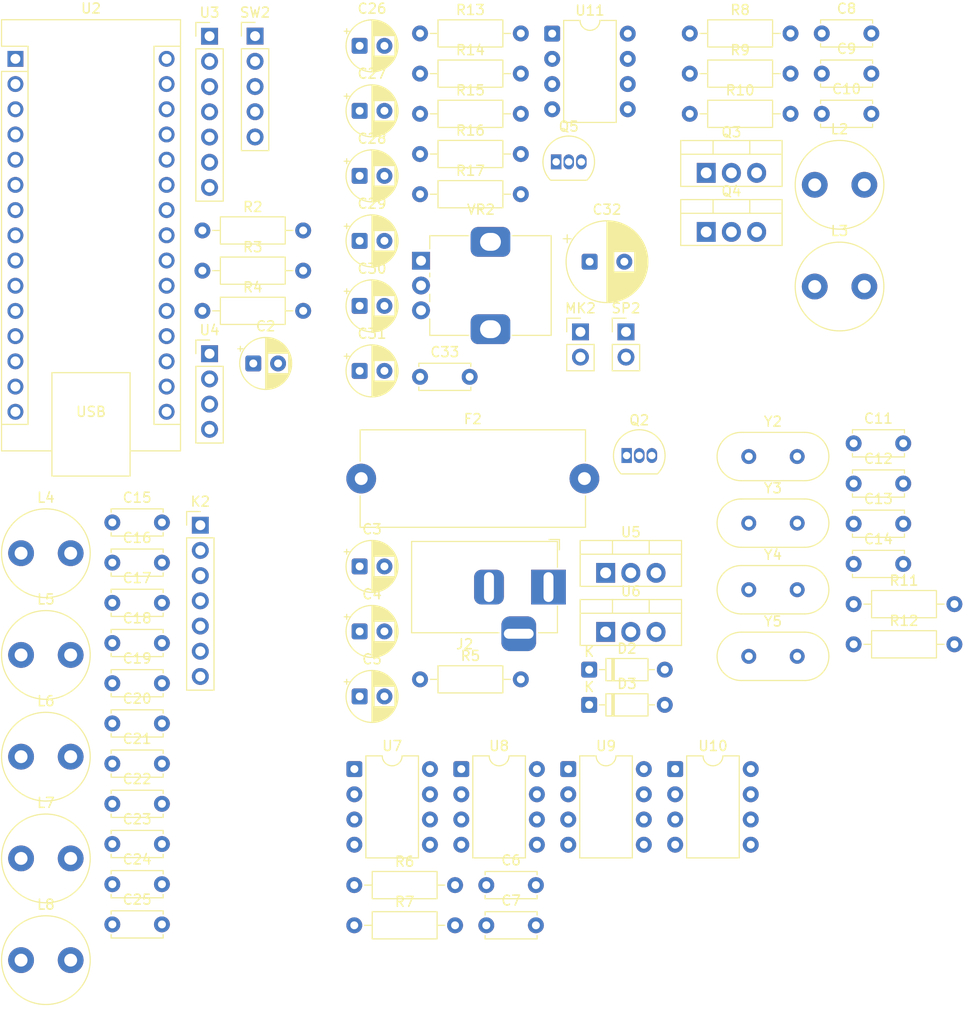
<source format=kicad_pcb>
(kicad_pcb (version 20241229) (generator "pcbnew") (generator_version "9.0")
  (layers (0 "F.Cu" signal) (2 "B.Cu" signal) (13 "F.Paste" user) (15 "B.Paste" user) (5 "F.SilkS" user "F.Silkscreen") (7 "B.SilkS" user "B.Silkscreen") (1 "F.Mask" user) (3 "B.Mask" user) (25 "Edge.Cuts" user))
  (net 0 "")
  (footprint "Resistor_THT:R_Axial_DIN0207_L6.3mm_D2.5mm_P10.16mm_Horizontal" (layer "F.Cu") (at 62.29 21.44)
    (property "Reference" "R13" (at 5.08 -2.37 0) (layer "F.SilkS"))
    (property "Value" "2.2k")
    (pad "1" thru_hole circle (at 0 0) (size 1.6 1.6) (drill 0.8) (layers "*.Cu" "*.Mask"))
    (pad "2" thru_hole circle (at 10.16 0) (size 1.6 1.6) (drill 0.8) (layers "*.Cu" "*.Mask"))
  )
  (footprint "Connector_PinHeader_2.54mm:PinHeader_1x07_P2.54mm_Vertical" (layer "F.Cu") (at 40.14 70.99)
    (property "Reference" "K2" (at 0 -2.38 0) (layer "F.SilkS"))
    (property "Value" "DPDT-12V")
    (pad "1" thru_hole rect (at 0 0) (size 1.7 1.7) (drill 1) (layers "*.Cu" "*.Mask"))
    (pad "2" thru_hole circle (at 0 2.54) (size 1.7 1.7) (drill 1) (layers "*.Cu" "*.Mask"))
    (pad "3" thru_hole circle (at 0 5.08) (size 1.7 1.7) (drill 1) (layers "*.Cu" "*.Mask"))
    (pad "4" thru_hole circle (at 0 7.62) (size 1.7 1.7) (drill 1) (layers "*.Cu" "*.Mask"))
    (pad "5" thru_hole circle (at 0 10.16) (size 1.7 1.7) (drill 1) (layers "*.Cu" "*.Mask"))
    (pad "6" thru_hole circle (at 0 12.7) (size 1.7 1.7) (drill 1) (layers "*.Cu" "*.Mask"))
    (pad "7" thru_hole circle (at 0 15.24) (size 1.7 1.7) (drill 1) (layers "*.Cu" "*.Mask"))
  )
  (footprint "Diode_THT:D_DO-35_SOD27_P7.62mm_Horizontal" (layer "F.Cu") (at 79.34 89.09)
    (property "Reference" "D3" (at 3.81 -2.12 0) (layer "F.SilkS"))
    (property "Value" "1N4148")
    (fp_text user "K" (at 0 -1.8 0) (layer "F.SilkS"))
    (pad "1" thru_hole roundrect (at 0 0) (size 1.6 1.6) (drill 0.8) (layers "*.Cu" "*.Mask") (roundrect_rratio 0.15625))
    (pad "2" thru_hole circle (at 7.62 0) (size 1.6 1.6) (drill 0.8) (layers "*.Cu" "*.Mask"))
  )
  (footprint "Package_TO_SOT_THT:TO-220-3_Vertical" (layer "F.Cu") (at 81 81.74)
    (property "Reference" "U6" (at 2.54 -4.1 0) (layer "F.SilkS"))
    (property "Value" "7805")
    (pad "1" thru_hole rect (at 0 0) (size 1.905 2) (drill 1.1) (layers "*.Cu" "*.Mask"))
    (pad "2" thru_hole oval (at 2.54 0) (size 1.905 2) (drill 1.1) (layers "*.Cu" "*.Mask"))
    (pad "3" thru_hole oval (at 5.08 0) (size 1.905 2) (drill 1.1) (layers "*.Cu" "*.Mask"))
  )
  (footprint "Inductor_THT:L_Radial_D8.7mm_P5.00mm_Fastron_07HCP" (layer "F.Cu") (at 102.08 36.69)
    (property "Reference" "L2" (at 2.5 -5.6 0) (layer "F.SilkS"))
    (property "Value" "47uH")
    (pad "1" thru_hole circle (at 0 0) (size 2.6 2.6) (drill 1.3) (layers "*.Cu" "*.Mask"))
    (pad "2" thru_hole circle (at 5 0) (size 2.6 2.6) (drill 1.3) (layers "*.Cu" "*.Mask"))
  )
  (footprint "Capacitor_THT:C_Disc_D5.0mm_W2.5mm_P5.00mm" (layer "F.Cu") (at 31.27 70.71)
    (property "Reference" "C15" (at 2.5 -2.5 0) (layer "F.SilkS"))
    (property "Value" "390pF")
    (pad "1" thru_hole circle (at 0 0) (size 1.6 1.6) (drill 0.8) (layers "*.Cu" "*.Mask"))
    (pad "2" thru_hole circle (at 5 0) (size 1.6 1.6) (drill 0.8) (layers "*.Cu" "*.Mask"))
  )
  (footprint "Capacitor_THT:CP_Radial_D5.0mm_P2.50mm" (layer "F.Cu") (at 56.199775 29.24)
    (property "Reference" "C27" (at 1.25 -3.75 0) (layer "F.SilkS"))
    (property "Value" "1uF")
    (pad "1" thru_hole roundrect (at 0 0) (size 1.6 1.6) (drill 0.8) (layers "*.Cu" "*.Mask") (roundrect_rratio 0.15625))
    (pad "2" thru_hole circle (at 2.5 0) (size 1.6 1.6) (drill 0.8) (layers "*.Cu" "*.Mask"))
  )
  (footprint "Resistor_THT:R_Axial_DIN0207_L6.3mm_D2.5mm_P10.16mm_Horizontal" (layer "F.Cu") (at 40.35 45.34)
    (property "Reference" "R3" (at 5.08 -2.37 0) (layer "F.SilkS"))
    (property "Value" "4.7k")
    (pad "1" thru_hole circle (at 0 0) (size 1.6 1.6) (drill 0.8) (layers "*.Cu" "*.Mask"))
    (pad "2" thru_hole circle (at 10.16 0) (size 1.6 1.6) (drill 0.8) (layers "*.Cu" "*.Mask"))
  )
  (footprint "Capacitor_THT:C_Disc_D5.0mm_W2.5mm_P5.00mm" (layer "F.Cu") (at 106 70.84)
    (property "Reference" "C13" (at 2.5 -2.5 0) (layer "F.SilkS"))
    (property "Value" "82pF")
    (pad "1" thru_hole circle (at 0 0) (size 1.6 1.6) (drill 0.8) (layers "*.Cu" "*.Mask"))
    (pad "2" thru_hole circle (at 5 0) (size 1.6 1.6) (drill 0.8) (layers "*.Cu" "*.Mask"))
  )
  (footprint "Capacitor_THT:C_Disc_D5.0mm_W2.5mm_P5.00mm" (layer "F.Cu") (at 102.79 25.49)
    (property "Reference" "C9" (at 2.5 -2.5 0) (layer "F.SilkS"))
    (property "Value" "100nF")
    (pad "1" thru_hole circle (at 0 0) (size 1.6 1.6) (drill 0.8) (layers "*.Cu" "*.Mask"))
    (pad "2" thru_hole circle (at 5 0) (size 1.6 1.6) (drill 0.8) (layers "*.Cu" "*.Mask"))
  )
  (footprint "Capacitor_THT:CP_Radial_D5.0mm_P2.50mm" (layer "F.Cu") (at 56.199775 55.44)
    (property "Reference" "C31" (at 1.25 -3.75 0) (layer "F.SilkS"))
    (property "Value" "100uF")
    (pad "1" thru_hole roundrect (at 0 0) (size 1.6 1.6) (drill 0.8) (layers "*.Cu" "*.Mask") (roundrect_rratio 0.15625))
    (pad "2" thru_hole circle (at 2.5 0) (size 1.6 1.6) (drill 0.8) (layers "*.Cu" "*.Mask"))
  )
  (footprint "Resistor_THT:R_Axial_DIN0207_L6.3mm_D2.5mm_P10.16mm_Horizontal" (layer "F.Cu") (at 62.29 33.59)
    (property "Reference" "R16" (at 5.08 -2.37 0) (layer "F.SilkS"))
    (property "Value" "2.2k")
    (pad "1" thru_hole circle (at 0 0) (size 1.6 1.6) (drill 0.8) (layers "*.Cu" "*.Mask"))
    (pad "2" thru_hole circle (at 10.16 0) (size 1.6 1.6) (drill 0.8) (layers "*.Cu" "*.Mask"))
  )
  (footprint "Inductor_THT:L_Radial_D8.7mm_P5.00mm_Fastron_07HCP" (layer "F.Cu") (at 22.07 94.31)
    (property "Reference" "L6" (at 2.5 -5.6 0) (layer "F.SilkS"))
    (property "Value" "2.4uH")
    (pad "1" thru_hole circle (at 0 0) (size 2.6 2.6) (drill 1.3) (layers "*.Cu" "*.Mask"))
    (pad "2" thru_hole circle (at 5 0) (size 2.6 2.6) (drill 1.3) (layers "*.Cu" "*.Mask"))
  )
  (footprint "Capacitor_THT:C_Disc_D5.0mm_W2.5mm_P5.00mm" (layer "F.Cu") (at 68.97 107.25)
    (property "Reference" "C6" (at 2.5 -2.5 0) (layer "F.SilkS"))
    (property "Value" "10nF")
    (pad "1" thru_hole circle (at 0 0) (size 1.6 1.6) (drill 0.8) (layers "*.Cu" "*.Mask"))
    (pad "2" thru_hole circle (at 5 0) (size 1.6 1.6) (drill 0.8) (layers "*.Cu" "*.Mask"))
  )
  (footprint "Resistor_THT:R_Axial_DIN0207_L6.3mm_D2.5mm_P10.16mm_Horizontal" (layer "F.Cu") (at 89.48 21.44)
    (property "Reference" "R8" (at 5.08 -2.37 0) (layer "F.SilkS"))
    (property "Value" "470")
    (pad "1" thru_hole circle (at 0 0) (size 1.6 1.6) (drill 0.8) (layers "*.Cu" "*.Mask"))
    (pad "2" thru_hole circle (at 10.16 0) (size 1.6 1.6) (drill 0.8) (layers "*.Cu" "*.Mask"))
  )
  (footprint "Capacitor_THT:C_Disc_D5.0mm_W2.5mm_P5.00mm" (layer "F.Cu") (at 106 62.74)
    (property "Reference" "C11" (at 2.5 -2.5 0) (layer "F.SilkS"))
    (property "Value" "82pF")
    (pad "1" thru_hole circle (at 0 0) (size 1.6 1.6) (drill 0.8) (layers "*.Cu" "*.Mask"))
    (pad "2" thru_hole circle (at 5 0) (size 1.6 1.6) (drill 0.8) (layers "*.Cu" "*.Mask"))
  )
  (footprint "Capacitor_THT:CP_Radial_D5.0mm_P2.50mm" (layer "F.Cu") (at 45.479775 54.69)
    (property "Reference" "C2" (at 1.25 -3.75 0) (layer "F.SilkS"))
    (property "Value" "0.1uF")
    (pad "1" thru_hole roundrect (at 0 0) (size 1.6 1.6) (drill 0.8) (layers "*.Cu" "*.Mask") (roundrect_rratio 0.15625))
    (pad "2" thru_hole circle (at 2.5 0) (size 1.6 1.6) (drill 0.8) (layers "*.Cu" "*.Mask"))
  )
  (footprint "Capacitor_THT:C_Disc_D5.0mm_W2.5mm_P5.00mm" (layer "F.Cu") (at 62.29 56.04)
    (property "Reference" "C33" (at 2.5 -2.5 0) (layer "F.SilkS"))
    (property "Value" "47nF")
    (pad "1" thru_hole circle (at 0 0) (size 1.6 1.6) (drill 0.8) (layers "*.Cu" "*.Mask"))
    (pad "2" thru_hole circle (at 5 0) (size 1.6 1.6) (drill 0.8) (layers "*.Cu" "*.Mask"))
  )
  (footprint "Capacitor_THT:C_Disc_D5.0mm_W2.5mm_P5.00mm" (layer "F.Cu") (at 31.27 74.76)
    (property "Reference" "C16" (at 2.5 -2.5 0) (layer "F.SilkS"))
    (property "Value" "100pF")
    (pad "1" thru_hole circle (at 0 0) (size 1.6 1.6) (drill 0.8) (layers "*.Cu" "*.Mask"))
    (pad "2" thru_hole circle (at 5 0) (size 1.6 1.6) (drill 0.8) (layers "*.Cu" "*.Mask"))
  )
  (footprint "Resistor_THT:R_Axial_DIN0207_L6.3mm_D2.5mm_P10.16mm_Horizontal" (layer "F.Cu") (at 62.29 25.49)
    (property "Reference" "R14" (at 5.08 -2.37 0) (layer "F.SilkS"))
    (property "Value" "4.7k")
    (pad "1" thru_hole circle (at 0 0) (size 1.6 1.6) (drill 0.8) (layers "*.Cu" "*.Mask"))
    (pad "2" thru_hole circle (at 10.16 0) (size 1.6 1.6) (drill 0.8) (layers "*.Cu" "*.Mask"))
  )
  (footprint "Inductor_THT:L_Radial_D8.7mm_P5.00mm_Fastron_07HCP" (layer "F.Cu") (at 22.07 114.81)
    (property "Reference" "L8" (at 2.5 -5.6 0) (layer "F.SilkS"))
    (property "Value" "2.5uH")
    (pad "1" thru_hole circle (at 0 0) (size 2.6 2.6) (drill 1.3) (layers "*.Cu" "*.Mask"))
    (pad "2" thru_hole circle (at 5 0) (size 2.6 2.6) (drill 1.3) (layers "*.Cu" "*.Mask"))
  )
  (footprint "Capacitor_THT:CP_Radial_D5.0mm_P2.50mm" (layer "F.Cu") (at 56.199775 35.79)
    (property "Reference" "C28" (at 1.25 -3.75 0) (layer "F.SilkS"))
    (property "Value" "10uF")
    (pad "1" thru_hole roundrect (at 0 0) (size 1.6 1.6) (drill 0.8) (layers "*.Cu" "*.Mask") (roundrect_rratio 0.15625))
    (pad "2" thru_hole circle (at 2.5 0) (size 1.6 1.6) (drill 0.8) (layers "*.Cu" "*.Mask"))
  )
  (footprint "Capacitor_THT:CP_Radial_D5.0mm_P2.50mm" (layer "F.Cu") (at 56.199775 42.34)
    (property "Reference" "C29" (at 1.25 -3.75 0) (layer "F.SilkS"))
    (property "Value" "10uF")
    (pad "1" thru_hole roundrect (at 0 0) (size 1.6 1.6) (drill 0.8) (layers "*.Cu" "*.Mask") (roundrect_rratio 0.15625))
    (pad "2" thru_hole circle (at 2.5 0) (size 1.6 1.6) (drill 0.8) (layers "*.Cu" "*.Mask"))
  )
  (footprint "Package_TO_SOT_THT:TO-220-3_Vertical" (layer "F.Cu") (at 91.14 35.49)
    (property "Reference" "Q3" (at 2.54 -4.1 0) (layer "F.SilkS"))
    (property "Value" "2SC2314")
    (pad "1" thru_hole rect (at 0 0) (size 1.905 2) (drill 1.1) (layers "*.Cu" "*.Mask"))
    (pad "2" thru_hole oval (at 2.54 0) (size 1.905 2) (drill 1.1) (layers "*.Cu" "*.Mask"))
    (pad "3" thru_hole oval (at 5.08 0) (size 1.905 2) (drill 1.1) (layers "*.Cu" "*.Mask"))
  )
  (footprint "Capacitor_THT:C_Disc_D5.0mm_W2.5mm_P5.00mm" (layer "F.Cu") (at 68.97 111.3)
    (property "Reference" "C7" (at 2.5 -2.5 0) (layer "F.SilkS"))
    (property "Value" "100pF")
    (pad "1" thru_hole circle (at 0 0) (size 1.6 1.6) (drill 0.8) (layers "*.Cu" "*.Mask"))
    (pad "2" thru_hole circle (at 5 0) (size 1.6 1.6) (drill 0.8) (layers "*.Cu" "*.Mask"))
  )
  (footprint "Connector_BarrelJack:BarrelJack_Horizontal" (layer "F.Cu") (at 75.24 77.225)
    (property "Reference" "J2" (at -8.45 5.75 0) (layer "F.SilkS"))
    (property "Value" "DC_2.1mm")
    (pad "1" thru_hole rect (at 0 0) (size 3.5 3.5) (drill oval 1 3) (layers "*.Cu" "*.Mask"))
    (pad "2" thru_hole roundrect (at -6 0) (size 3 3.5) (drill oval 1 3) (layers "*.Cu" "*.Mask"))
    (pad "3" thru_hole roundrect (at -3 4.7) (size 3.5 3.5) (drill oval 3 1) (layers "*.Cu" "*.Mask"))
  )
  (footprint "Crystal:Crystal_HC49-4H_Vertical" (layer "F.Cu") (at 95.43 70.78)
    (property "Reference" "Y3" (at 2.44 -3.52 0) (layer "F.SilkS"))
    (property "Value" "9MHz")
    (pad "1" thru_hole circle (at 0 0) (size 1.5 1.5) (drill 0.8) (layers "*.Cu" "*.Mask"))
    (pad "2" thru_hole circle (at 4.88 0) (size 1.5 1.5) (drill 0.8) (layers "*.Cu" "*.Mask"))
  )
  (footprint "Package_DIP:DIP-8_W7.62mm" (layer "F.Cu") (at 77.23 95.56)
    (property "Reference" "U9" (at 3.81 -2.33 0) (layer "F.SilkS"))
    (property "Value" "SA612")
    (pad "1" thru_hole roundrect (at 0 0) (size 1.6 1.6) (drill 0.8) (layers "*.Cu" "*.Mask") (roundrect_rratio 0.15625))
    (pad "2" thru_hole circle (at 0 2.54) (size 1.6 1.6) (drill 0.8) (layers "*.Cu" "*.Mask"))
    (pad "3" thru_hole circle (at 0 5.08) (size 1.6 1.6) (drill 0.8) (layers "*.Cu" "*.Mask"))
    (pad "4" thru_hole circle (at 0 7.62) (size 1.6 1.6) (drill 0.8) (layers "*.Cu" "*.Mask"))
    (pad "5" thru_hole circle (at 7.62 7.62) (size 1.6 1.6) (drill 0.8) (layers "*.Cu" "*.Mask"))
    (pad "6" thru_hole circle (at 7.62 5.08) (size 1.6 1.6) (drill 0.8) (layers "*.Cu" "*.Mask"))
    (pad "7" thru_hole circle (at 7.62 2.54) (size 1.6 1.6) (drill 0.8) (layers "*.Cu" "*.Mask"))
    (pad "8" thru_hole circle (at 7.62 0) (size 1.6 1.6) (drill 0.8) (layers "*.Cu" "*.Mask"))
  )
  (footprint "Inductor_THT:L_Radial_D8.7mm_P5.00mm_Fastron_07HCP" (layer "F.Cu") (at 102.08 46.94)
    (property "Reference" "L3" (at 2.5 -5.6 0) (layer "F.SilkS"))
    (property "Value" "47uH")
    (pad "1" thru_hole circle (at 0 0) (size 2.6 2.6) (drill 1.3) (layers "*.Cu" "*.Mask"))
    (pad "2" thru_hole circle (at 5 0) (size 2.6 2.6) (drill 1.3) (layers "*.Cu" "*.Mask"))
  )
  (footprint "Capacitor_THT:C_Disc_D5.0mm_W2.5mm_P5.00mm" (layer "F.Cu") (at 106 74.89)
    (property "Reference" "C14" (at 2.5 -2.5 0) (layer "F.SilkS"))
    (property "Value" "82pF")
    (pad "1" thru_hole circle (at 0 0) (size 1.6 1.6) (drill 0.8) (layers "*.Cu" "*.Mask"))
    (pad "2" thru_hole circle (at 5 0) (size 1.6 1.6) (drill 0.8) (layers "*.Cu" "*.Mask"))
  )
  (footprint "Inductor_THT:L_Radial_D8.7mm_P5.00mm_Fastron_07HCP" (layer "F.Cu") (at 22.07 73.81)
    (property "Reference" "L4" (at 2.5 -5.6 0) (layer "F.SilkS"))
    (property "Value" "1.9uH")
    (pad "1" thru_hole circle (at 0 0) (size 2.6 2.6) (drill 1.3) (layers "*.Cu" "*.Mask"))
    (pad "2" thru_hole circle (at 5 0) (size 2.6 2.6) (drill 1.3) (layers "*.Cu" "*.Mask"))
  )
  (footprint "Module:Arduino_Nano" (layer "F.Cu") (at 21.5 24)
    (property "Reference" "U2" (at 7.62 -5.08 0) (layer "F.SilkS"))
    (property "Value" "Arduino_Nano")
    (fp_text user "USB" (at 7.62 35.56 0) (layer "F.SilkS"))
    (pad "1" thru_hole rect (at 0 0) (size 1.6 1.6) (drill 1) (layers "*.Cu" "*.Mask"))
    (pad "2" thru_hole oval (at 0 2.54) (size 1.6 1.6) (drill 1) (layers "*.Cu" "*.Mask"))
    (pad "3" thru_hole oval (at 0 5.08) (size 1.6 1.6) (drill 1) (layers "*.Cu" "*.Mask"))
    (pad "4" thru_hole oval (at 0 7.62) (size 1.6 1.6) (drill 1) (layers "*.Cu" "*.Mask"))
    (pad "5" thru_hole oval (at 0 10.16) (size 1.6 1.6) (drill 1) (layers "*.Cu" "*.Mask"))
    (pad "6" thru_hole oval (at 0 12.7) (size 1.6 1.6) (drill 1) (layers "*.Cu" "*.Mask"))
    (pad "7" thru_hole oval (at 0 15.24) (size 1.6 1.6) (drill 1) (layers "*.Cu" "*.Mask"))
    (pad "8" thru_hole oval (at 0 17.78) (size 1.6 1.6) (drill 1) (layers "*.Cu" "*.Mask"))
    (pad "9" thru_hole oval (at 0 20.32) (size 1.6 1.6) (drill 1) (layers "*.Cu" "*.Mask"))
    (pad "10" thru_hole oval (at 0 22.86) (size 1.6 1.6) (drill 1) (layers "*.Cu" "*.Mask"))
    (pad "11" thru_hole oval (at 0 25.4) (size 1.6 1.6) (drill 1) (layers "*.Cu" "*.Mask"))
    (pad "12" thru_hole oval (at 0 27.94) (size 1.6 1.6) (drill 1) (layers "*.Cu" "*.Mask"))
    (pad "13" thru_hole oval (at 0 30.48) (size 1.6 1.6) (drill 1) (layers "*.Cu" "*.Mask"))
    (pad "14" thru_hole oval (at 0 33.02) (size 1.6 1.6) (drill 1) (layers "*.Cu" "*.Mask"))
    (pad "15" thru_hole oval (at 0 35.56) (size 1.6 1.6) (drill 1) (layers "*.Cu" "*.Mask"))
    (pad "16" thru_hole oval (at 15.24 35.56) (size 1.6 1.6) (drill 1) (layers "*.Cu" "*.Mask"))
    (pad "17" thru_hole oval (at 15.24 33.02) (size 1.6 1.6) (drill 1) (layers "*.Cu" "*.Mask"))
    (pad "18" thru_hole oval (at 15.24 30.48) (size 1.6 1.6) (drill 1) (layers "*.Cu" "*.Mask"))
    (pad "19" thru_hole oval (at 15.24 27.94) (size 1.6 1.6) (drill 1) (layers "*.Cu" "*.Mask"))
    (pad "20" thru_hole oval (at 15.24 25.4) (size 1.6 1.6) (drill 1) (layers "*.Cu" "*.Mask"))
    (pad "21" thru_hole oval (at 15.24 22.86) (size 1.6 1.6) (drill 1) (layers "*.Cu" "*.Mask"))
    (pad "22" thru_hole oval (at 15.24 20.32) (size 1.6 1.6) (drill 1) (layers "*.Cu" "*.Mask"))
    (pad "23" thru_hole oval (at 15.24 17.78) (size 1.6 1.6) (drill 1) (layers "*.Cu" "*.Mask"))
    (pad "24" thru_hole oval (at 15.24 15.24) (size 1.6 1.6) (drill 1) (layers "*.Cu" "*.Mask"))
    (pad "25" thru_hole oval (at 15.24 12.7) (size 1.6 1.6) (drill 1) (layers "*.Cu" "*.Mask"))
    (pad "26" thru_hole oval (at 15.24 10.16) (size 1.6 1.6) (drill 1) (layers "*.Cu" "*.Mask"))
    (pad "27" thru_hole oval (at 15.24 7.62) (size 1.6 1.6) (drill 1) (layers "*.Cu" "*.Mask"))
    (pad "28" thru_hole oval (at 15.24 5.08) (size 1.6 1.6) (drill 1) (layers "*.Cu" "*.Mask"))
    (pad "29" thru_hole oval (at 15.24 2.54) (size 1.6 1.6) (drill 1) (layers "*.Cu" "*.Mask"))
    (pad "30" thru_hole oval (at 15.24 0) (size 1.6 1.6) (drill 1) (layers "*.Cu" "*.Mask"))
  )
  (footprint "Resistor_THT:R_Axial_DIN0207_L6.3mm_D2.5mm_P10.16mm_Horizontal" (layer "F.Cu") (at 62.29 37.64)
    (property "Reference" "R17" (at 5.08 -2.37 0) (layer "F.SilkS"))
    (property "Value" "10")
    (pad "1" thru_hole circle (at 0 0) (size 1.6 1.6) (drill 0.8) (layers "*.Cu" "*.Mask"))
    (pad "2" thru_hole circle (at 10.16 0) (size 1.6 1.6) (drill 0.8) (layers "*.Cu" "*.Mask"))
  )
  (footprint "Capacitor_THT:C_Disc_D5.0mm_W2.5mm_P5.00mm" (layer "F.Cu") (at 31.27 111.21)
    (property "Reference" "C25" (at 2.5 -2.5 0) (layer "F.SilkS"))
    (property "Value" "100pF")
    (pad "1" thru_hole circle (at 0 0) (size 1.6 1.6) (drill 0.8) (layers "*.Cu" "*.Mask"))
    (pad "2" thru_hole circle (at 5 0) (size 1.6 1.6) (drill 0.8) (layers "*.Cu" "*.Mask"))
  )
  (footprint "Capacitor_THT:C_Disc_D5.0mm_W2.5mm_P5.00mm" (layer "F.Cu") (at 102.79 21.44)
    (property "Reference" "C8" (at 2.5 -2.5 0) (layer "F.SilkS"))
    (property "Value" "100nF")
    (pad "1" thru_hole circle (at 0 0) (size 1.6 1.6) (drill 0.8) (layers "*.Cu" "*.Mask"))
    (pad "2" thru_hole circle (at 5 0) (size 1.6 1.6) (drill 0.8) (layers "*.Cu" "*.Mask"))
  )
  (footprint "Package_TO_SOT_THT:TO-92_Inline" (layer "F.Cu") (at 83.12 63.97)
    (property "Reference" "Q2" (at 1.27 -3.56 0) (layer "F.SilkS"))
    (property "Value" "2SC1815")
    (pad "1" thru_hole rect (at 0 0) (size 1.05 1.5) (drill 0.75) (layers "*.Cu" "*.Mask"))
    (pad "2" thru_hole oval (at 1.27 0) (size 1.05 1.5) (drill 0.75) (layers "*.Cu" "*.Mask"))
    (pad "3" thru_hole oval (at 2.54 0) (size 1.05 1.5) (drill 0.75) (layers "*.Cu" "*.Mask"))
  )
  (footprint "Package_TO_SOT_THT:TO-220-3_Vertical" (layer "F.Cu") (at 81 75.79)
    (property "Reference" "U5" (at 2.54 -4.1 0) (layer "F.SilkS"))
    (property "Value" "7809")
    (pad "1" thru_hole rect (at 0 0) (size 1.905 2) (drill 1.1) (layers "*.Cu" "*.Mask"))
    (pad "2" thru_hole oval (at 2.54 0) (size 1.905 2) (drill 1.1) (layers "*.Cu" "*.Mask"))
    (pad "3" thru_hole oval (at 5.08 0) (size 1.905 2) (drill 1.1) (layers "*.Cu" "*.Mask"))
  )
  (footprint "Package_DIP:DIP-8_W7.62mm" (layer "F.Cu") (at 88.01 95.56)
    (property "Reference" "U10" (at 3.81 -2.33 0) (layer "F.SilkS"))
    (property "Value" "SA612")
    (pad "1" thru_hole roundrect (at 0 0) (size 1.6 1.6) (drill 0.8) (layers "*.Cu" "*.Mask") (roundrect_rratio 0.15625))
    (pad "2" thru_hole circle (at 0 2.54) (size 1.6 1.6) (drill 0.8) (layers "*.Cu" "*.Mask"))
    (pad "3" thru_hole circle (at 0 5.08) (size 1.6 1.6) (drill 0.8) (layers "*.Cu" "*.Mask"))
    (pad "4" thru_hole circle (at 0 7.62) (size 1.6 1.6) (drill 0.8) (layers "*.Cu" "*.Mask"))
    (pad "5" thru_hole circle (at 7.62 7.62) (size 1.6 1.6) (drill 0.8) (layers "*.Cu" "*.Mask"))
    (pad "6" thru_hole circle (at 7.62 5.08) (size 1.6 1.6) (drill 0.8) (layers "*.Cu" "*.Mask"))
    (pad "7" thru_hole circle (at 7.62 2.54) (size 1.6 1.6) (drill 0.8) (layers "*.Cu" "*.Mask"))
    (pad "8" thru_hole circle (at 7.62 0) (size 1.6 1.6) (drill 0.8) (layers "*.Cu" "*.Mask"))
  )
  (footprint "Capacitor_THT:C_Disc_D5.0mm_W2.5mm_P5.00mm" (layer "F.Cu") (at 31.27 95.01)
    (property "Reference" "C21" (at 2.5 -2.5 0) (layer "F.SilkS"))
    (property "Value" "10pF")
    (pad "1" thru_hole circle (at 0 0) (size 1.6 1.6) (drill 0.8) (layers "*.Cu" "*.Mask"))
    (pad "2" thru_hole circle (at 5 0) (size 1.6 1.6) (drill 0.8) (layers "*.Cu" "*.Mask"))
  )
  (footprint "Inductor_THT:L_Radial_D8.7mm_P5.00mm_Fastron_07HCP" (layer "F.Cu") (at 22.07 84.06)
    (property "Reference" "L5" (at 2.5 -5.6 0) (layer "F.SilkS"))
    (property "Value" "2.5uH")
    (pad "1" thru_hole circle (at 0 0) (size 2.6 2.6) (drill 1.3) (layers "*.Cu" "*.Mask"))
    (pad "2" thru_hole circle (at 5 0) (size 2.6 2.6) (drill 1.3) (layers "*.Cu" "*.Mask"))
  )
  (footprint "Capacitor_THT:C_Disc_D5.0mm_W2.5mm_P5.00mm" (layer "F.Cu") (at 31.27 86.91)
    (property "Reference" "C19" (at 2.5 -2.5 0) (layer "F.SilkS"))
    (property "Value" "47pF")
    (pad "1" thru_hole circle (at 0 0) (size 1.6 1.6) (drill 0.8) (layers "*.Cu" "*.Mask"))
    (pad "2" thru_hole circle (at 5 0) (size 1.6 1.6) (drill 0.8) (layers "*.Cu" "*.Mask"))
  )
  (footprint "Inductor_THT:L_Radial_D8.7mm_P5.00mm_Fastron_07HCP" (layer "F.Cu") (at 22.07 104.56)
    (property "Reference" "L7" (at 2.5 -5.6 0) (layer "F.SilkS"))
    (property "Value" "1.9uH")
    (pad "1" thru_hole circle (at 0 0) (size 2.6 2.6) (drill 1.3) (layers "*.Cu" "*.Mask"))
    (pad "2" thru_hole circle (at 5 0) (size 2.6 2.6) (drill 1.3) (layers "*.Cu" "*.Mask"))
  )
  (footprint "Resistor_THT:R_Axial_DIN0207_L6.3mm_D2.5mm_P10.16mm_Horizontal" (layer "F.Cu") (at 89.48 25.49)
    (property "Reference" "R9" (at 5.08 -2.37 0) (layer "F.SilkS"))
    (property "Value" "100")
    (pad "1" thru_hole circle (at 0 0) (size 1.6 1.6) (drill 0.8) (layers "*.Cu" "*.Mask"))
    (pad "2" thru_hole circle (at 10.16 0) (size 1.6 1.6) (drill 0.8) (layers "*.Cu" "*.Mask"))
  )
  (footprint "Connector_PinHeader_2.54mm:PinHeader_1x02_P2.54mm_Vertical" (layer "F.Cu") (at 83.05 51.51)
    (property "Reference" "SP2" (at 0 -2.38 0) (layer "F.SilkS"))
    (property "Value" "8ohm")
    (pad "1" thru_hole rect (at 0 0) (size 1.7 1.7) (drill 1) (layers "*.Cu" "*.Mask"))
    (pad "2" thru_hole circle (at 0 2.54) (size 1.7 1.7) (drill 1) (layers "*.Cu" "*.Mask"))
  )
  (footprint "Resistor_THT:R_Axial_DIN0207_L6.3mm_D2.5mm_P10.16mm_Horizontal" (layer "F.Cu") (at 62.29 29.54)
    (property "Reference" "R15" (at 5.08 -2.37 0) (layer "F.SilkS"))
    (property "Value" "10k")
    (pad "1" thru_hole circle (at 0 0) (size 1.6 1.6) (drill 0.8) (layers "*.Cu" "*.Mask"))
    (pad "2" thru_hole circle (at 10.16 0) (size 1.6 1.6) (drill 0.8) (layers "*.Cu" "*.Mask"))
  )
  (footprint "Capacitor_THT:CP_Radial_D5.0mm_P2.50mm" (layer "F.Cu") (at 56.199775 75.14)
    (property "Reference" "C3" (at 1.25 -3.75 0) (layer "F.SilkS"))
    (property "Value" "100uF/25V")
    (pad "1" thru_hole roundrect (at 0 0) (size 1.6 1.6) (drill 0.8) (layers "*.Cu" "*.Mask") (roundrect_rratio 0.15625))
    (pad "2" thru_hole circle (at 2.5 0) (size 1.6 1.6) (drill 0.8) (layers "*.Cu" "*.Mask"))
  )
  (footprint "Package_TO_SOT_THT:TO-220-3_Vertical" (layer "F.Cu") (at 91.14 41.44)
    (property "Reference" "Q4" (at 2.54 -4.1 0) (layer "F.SilkS"))
    (property "Value" "2SC1971")
    (pad "1" thru_hole rect (at 0 0) (size 1.905 2) (drill 1.1) (layers "*.Cu" "*.Mask"))
    (pad "2" thru_hole oval (at 2.54 0) (size 1.905 2) (drill 1.1) (layers "*.Cu" "*.Mask"))
    (pad "3" thru_hole oval (at 5.08 0) (size 1.905 2) (drill 1.1) (layers "*.Cu" "*.Mask"))
  )
  (footprint "Capacitor_THT:CP_Radial_D8.0mm_P3.50mm" (layer "F.Cu") (at 79.384698 44.44)
    (property "Reference" "C32" (at 1.75 -5.25 0) (layer "F.SilkS"))
    (property "Value" "470uF")
    (pad "1" thru_hole roundrect (at 0 0) (size 1.6 1.6) (drill 0.8) (layers "*.Cu" "*.Mask") (roundrect_rratio 0.15625))
    (pad "2" thru_hole circle (at 3.5 0) (size 1.6 1.6) (drill 0.8) (layers "*.Cu" "*.Mask"))
  )
  (footprint "Connector_PinHeader_2.54mm:PinHeader_1x02_P2.54mm_Vertical" (layer "F.Cu") (at 78.46 51.51)
    (property "Reference" "MK2" (at 0 -2.38 0) (layer "F.SilkS"))
    (property "Value" "ECM")
    (pad "1" thru_hole rect (at 0 0) (size 1.7 1.7) (drill 1) (layers "*.Cu" "*.Mask"))
    (pad "2" thru_hole circle (at 0 2.54) (size 1.7 1.7) (drill 1) (layers "*.Cu" "*.Mask"))
  )
  (footprint "Resistor_THT:R_Axial_DIN0207_L6.3mm_D2.5mm_P10.16mm_Horizontal" (layer "F.Cu") (at 40.35 49.39)
    (property "Reference" "R4" (at 5.08 -2.37 0) (layer "F.SilkS"))
    (property "Value" "4.7k")
    (pad "1" thru_hole circle (at 0 0) (size 1.6 1.6) (drill 0.8) (layers "*.Cu" "*.Mask"))
    (pad "2" thru_hole circle (at 10.16 0) (size 1.6 1.6) (drill 0.8) (layers "*.Cu" "*.Mask"))
  )
  (footprint "Package_DIP:DIP-8_W7.62mm" (layer "F.Cu") (at 75.61 21.46)
    (property "Reference" "U11" (at 3.81 -2.33 0) (layer "F.SilkS"))
    (property "Value" "LM386N-1")
    (pad "1" thru_hole roundrect (at 0 0) (size 1.6 1.6) (drill 0.8) (layers "*.Cu" "*.Mask") (roundrect_rratio 0.15625))
    (pad "2" thru_hole circle (at 0 2.54) (size 1.6 1.6) (drill 0.8) (layers "*.Cu" "*.Mask"))
    (pad "3" thru_hole circle (at 0 5.08) (size 1.6 1.6) (drill 0.8) (layers "*.Cu" "*.Mask"))
    (pad "4" thru_hole circle (at 0 7.62) (size 1.6 1.6) (drill 0.8) (layers "*.Cu" "*.Mask"))
    (pad "5" thru_hole circle (at 7.62 7.62) (size 1.6 1.6) (drill 0.8) (layers "*.Cu" "*.Mask"))
    (pad "6" thru_hole circle (at 7.62 5.08) (size 1.6 1.6) (drill 0.8) (layers "*.Cu" "*.Mask"))
    (pad "7" thru_hole circle (at 7.62 2.54) (size 1.6 1.6) (drill 0.8) (layers "*.Cu" "*.Mask"))
    (pad "8" thru_hole circle (at 7.62 0) (size 1.6 1.6) (drill 0.8) (layers "*.Cu" "*.Mask"))
  )
  (footprint "Connector_PinHeader_2.54mm:PinHeader_1x05_P2.54mm_Vertical" (layer "F.Cu") (at 45.66 21.71)
    (property "Reference" "SW2" (at 0 -2.38 0) (layer "F.SilkS"))
    (property "Value" "EC11")
    (pad "1" thru_hole rect (at 0 0) (size 1.7 1.7) (drill 1) (layers "*.Cu" "*.Mask"))
    (pad "2" thru_hole circle (at 0 2.54) (size 1.7 1.7) (drill 1) (layers "*.Cu" "*.Mask"))
    (pad "3" thru_hole circle (at 0 5.08) (size 1.7 1.7) (drill 1) (layers "*.Cu" "*.Mask"))
    (pad "4" thru_hole circle (at 0 7.62) (size 1.7 1.7) (drill 1) (layers "*.Cu" "*.Mask"))
    (pad "5" thru_hole circle (at 0 10.16) (size 1.7 1.7) (drill 1) (layers "*.Cu" "*.Mask"))
  )
  (footprint "Resistor_THT:R_Axial_DIN0207_L6.3mm_D2.5mm_P10.16mm_Horizontal" (layer "F.Cu") (at 106 78.94)
    (property "Reference" "R11" (at 5.08 -2.37 0) (layer "F.SilkS"))
    (property "Value" "680")
    (pad "1" thru_hole circle (at 0 0) (size 1.6 1.6) (drill 0.8) (layers "*.Cu" "*.Mask"))
    (pad "2" thru_hole circle (at 10.16 0) (size 1.6 1.6) (drill 0.8) (layers "*.Cu" "*.Mask"))
  )
  (footprint "Resistor_THT:R_Axial_DIN0207_L6.3mm_D2.5mm_P10.16mm_Horizontal" (layer "F.Cu") (at 55.66 111.3)
    (property "Reference" "R7" (at 5.08 -2.37 0) (layer "F.SilkS"))
    (property "Value" "1.5k")
    (pad "1" thru_hole circle (at 0 0) (size 1.6 1.6) (drill 0.8) (layers "*.Cu" "*.Mask"))
    (pad "2" thru_hole circle (at 10.16 0) (size 1.6 1.6) (drill 0.8) (layers "*.Cu" "*.Mask"))
  )
  (footprint "Connector_PinHeader_2.54mm:PinHeader_1x07_P2.54mm_Vertical" (layer "F.Cu") (at 41.07 21.72)
    (property "Reference" "U3" (at 0 -2.38 0) (layer "F.SilkS"))
    (property "Value" "Si5351A")
    (pad "1" thru_hole rect (at 0 0) (size 1.7 1.7) (drill 1) (layers "*.Cu" "*.Mask"))
    (pad "2" thru_hole circle (at 0 2.54) (size 1.7 1.7) (drill 1) (layers "*.Cu" "*.Mask"))
    (pad "3" thru_hole circle (at 0 5.08) (size 1.7 1.7) (drill 1) (layers "*.Cu" "*.Mask"))
    (pad "4" thru_hole circle (at 0 7.62) (size 1.7 1.7) (drill 1) (layers "*.Cu" "*.Mask"))
    (pad "5" thru_hole circle (at 0 10.16) (size 1.7 1.7) (drill 1) (layers "*.Cu" "*.Mask"))
    (pad "6" thru_hole circle (at 0 12.7) (size 1.7 1.7) (drill 1) (layers "*.Cu" "*.Mask"))
    (pad "7" thru_hole circle (at 0 15.24) (size 1.7 1.7) (drill 1) (layers "*.Cu" "*.Mask"))
  )
  (footprint "Crystal:Crystal_HC49-4H_Vertical" (layer "F.Cu") (at 95.43 84.2)
    (property "Reference" "Y5" (at 2.44 -3.52 0) (layer "F.SilkS"))
    (property "Value" "9MHz")
    (pad "1" thru_hole circle (at 0 0) (size 1.5 1.5) (drill 0.8) (layers "*.Cu" "*.Mask"))
    (pad "2" thru_hole circle (at 4.88 0) (size 1.5 1.5) (drill 0.8) (layers "*.Cu" "*.Mask"))
  )
  (footprint "Capacitor_THT:C_Disc_D5.0mm_W2.5mm_P5.00mm" (layer "F.Cu") (at 31.27 99.06)
    (property "Reference" "C22" (at 2.5 -2.5 0) (layer "F.SilkS"))
    (property "Value" "20pF")
    (pad "1" thru_hole circle (at 0 0) (size 1.6 1.6) (drill 0.8) (layers "*.Cu" "*.Mask"))
    (pad "2" thru_hole circle (at 5 0) (size 1.6 1.6) (drill 0.8) (layers "*.Cu" "*.Mask"))
  )
  (footprint "Capacitor_THT:C_Disc_D5.0mm_W2.5mm_P5.00mm" (layer "F.Cu") (at 31.27 78.81)
    (property "Reference" "C17" (at 2.5 -2.5 0) (layer "F.SilkS"))
    (property "Value" "820pF")
    (pad "1" thru_hole circle (at 0 0) (size 1.6 1.6) (drill 0.8) (layers "*.Cu" "*.Mask"))
    (pad "2" thru_hole circle (at 5 0) (size 1.6 1.6) (drill 0.8) (layers "*.Cu" "*.Mask"))
  )
  (footprint "Potentiometer_THT:Potentiometer_Alps_RK09K_Single_Vertical" (layer "F.Cu") (at 62.39 44.34)
    (property "Reference" "VR2" (at 6.05 -5.15 0) (layer "F.SilkS"))
    (property "Value" "10k")
    (pad "1" thru_hole rect (at 0 0) (size 1.8 1.8) (drill 1) (layers "*.Cu" "*.Mask"))
    (pad "2" thru_hole circle (at 0 2.5) (size 1.8 1.8) (drill 1) (layers "*.Cu" "*.Mask"))
    (pad "3" thru_hole circle (at 0 5) (size 1.8 1.8) (drill 1) (layers "*.Cu" "*.Mask"))
    (pad "MP" thru_hole roundrect (at 7 -1.9) (size 4 3) (drill oval 2.1 1.8) (layers "*.Cu" "*.Mask"))
    (pad "MP" thru_hole roundrect (at 7 6.9) (size 4 3) (drill oval 2.1 1.8) (layers "*.Cu" "*.Mask"))
  )
  (footprint "Resistor_THT:R_Axial_DIN0207_L6.3mm_D2.5mm_P10.16mm_Horizontal" (layer "F.Cu") (at 106 82.99)
    (property "Reference" "R12" (at 5.08 -2.37 0) (layer "F.SilkS"))
    (property "Value" "680")
    (pad "1" thru_hole circle (at 0 0) (size 1.6 1.6) (drill 0.8) (layers "*.Cu" "*.Mask"))
    (pad "2" thru_hole circle (at 10.16 0) (size 1.6 1.6) (drill 0.8) (layers "*.Cu" "*.Mask"))
  )
  (footprint "Capacitor_THT:C_Disc_D5.0mm_W2.5mm_P5.00mm" (layer "F.Cu") (at 31.27 103.11)
    (property "Reference" "C23" (at 2.5 -2.5 0) (layer "F.SilkS"))
    (property "Value" "47pF")
    (pad "1" thru_hole circle (at 0 0) (size 1.6 1.6) (drill 0.8) (layers "*.Cu" "*.Mask"))
    (pad "2" thru_hole circle (at 5 0) (size 1.6 1.6) (drill 0.8) (layers "*.Cu" "*.Mask"))
  )
  (footprint "Capacitor_THT:CP_Radial_D5.0mm_P2.50mm" (layer "F.Cu") (at 56.199775 48.89)
    (property "Reference" "C30" (at 1.25 -3.75 0) (layer "F.SilkS"))
    (property "Value" "10uF")
    (pad "1" thru_hole roundrect (at 0 0) (size 1.6 1.6) (drill 0.8) (layers "*.Cu" "*.Mask") (roundrect_rratio 0.15625))
    (pad "2" thru_hole circle (at 2.5 0) (size 1.6 1.6) (drill 0.8) (layers "*.Cu" "*.Mask"))
  )
  (footprint "Package_DIP:DIP-8_W7.62mm" (layer "F.Cu") (at 55.67 95.56)
    (property "Reference" "U7" (at 3.81 -2.33 0) (layer "F.SilkS"))
    (property "Value" "SA612")
    (pad "1" thru_hole roundrect (at 0 0) (size 1.6 1.6) (drill 0.8) (layers "*.Cu" "*.Mask") (roundrect_rratio 0.15625))
    (pad "2" thru_hole circle (at 0 2.54) (size 1.6 1.6) (drill 0.8) (layers "*.Cu" "*.Mask"))
    (pad "3" thru_hole circle (at 0 5.08) (size 1.6 1.6) (drill 0.8) (layers "*.Cu" "*.Mask"))
    (pad "4" thru_hole circle (at 0 7.62) (size 1.6 1.6) (drill 0.8) (layers "*.Cu" "*.Mask"))
    (pad "5" thru_hole circle (at 7.62 7.62) (size 1.6 1.6) (drill 0.8) (layers "*.Cu" "*.Mask"))
    (pad "6" thru_hole circle (at 7.62 5.08) (size 1.6 1.6) (drill 0.8) (layers "*.Cu" "*.Mask"))
    (pad "7" thru_hole circle (at 7.62 2.54) (size 1.6 1.6) (drill 0.8) (layers "*.Cu" "*.Mask"))
    (pad "8" thru_hole circle (at 7.62 0) (size 1.6 1.6) (drill 0.8) (layers "*.Cu" "*.Mask"))
  )
  (footprint "Resistor_THT:R_Axial_DIN0207_L6.3mm_D2.5mm_P10.16mm_Horizontal" (layer "F.Cu") (at 40.35 41.29)
    (property "Reference" "R2" (at 5.08 -2.37 0) (layer "F.SilkS"))
    (property "Value" "10k")
    (pad "1" thru_hole circle (at 0 0) (size 1.6 1.6) (drill 0.8) (layers "*.Cu" "*.Mask"))
    (pad "2" thru_hole circle (at 10.16 0) (size 1.6 1.6) (drill 0.8) (layers "*.Cu" "*.Mask"))
  )
  (footprint "Capacitor_THT:C_Disc_D5.0mm_W2.5mm_P5.00mm" (layer "F.Cu") (at 31.27 90.96)
    (property "Reference" "C20" (at 2.5 -2.5 0) (layer "F.SilkS"))
    (property "Value" "820pF")
    (pad "1" thru_hole circle (at 0 0) (size 1.6 1.6) (drill 0.8) (layers "*.Cu" "*.Mask"))
    (pad "2" thru_hole circle (at 5 0) (size 1.6 1.6) (drill 0.8) (layers "*.Cu" "*.Mask"))
  )
  (footprint "Resistor_THT:R_Axial_DIN0207_L6.3mm_D2.5mm_P10.16mm_Horizontal" (layer "F.Cu") (at 89.48 29.54)
    (property "Reference" "R10" (at 5.08 -2.37 0) (layer "F.SilkS"))
    (property "Value" "4.7/2W")
    (pad "1" thru_hole circle (at 0 0) (size 1.6 1.6) (drill 0.8) (layers "*.Cu" "*.Mask"))
    (pad "2" thru_hole circle (at 10.16 0) (size 1.6 1.6) (drill 0.8) (layers "*.Cu" "*.Mask"))
  )
  (footprint "Connector_PinHeader_2.54mm:PinHeader_1x04_P2.54mm_Vertical" (layer "F.Cu") (at 41.07 53.71)
    (property "Reference" "U4" (at 0 -2.38 0) (layer "F.SilkS"))
    (property "Value" "OLED_128x64")
    (pad "1" thru_hole rect (at 0 0) (size 1.7 1.7) (drill 1) (layers "*.Cu" "*.Mask"))
    (pad "2" thru_hole circle (at 0 2.54) (size 1.7 1.7) (drill 1) (layers "*.Cu" "*.Mask"))
    (pad "3" thru_hole circle (at 0 5.08) (size 1.7 1.7) (drill 1) (layers "*.Cu" "*.Mask"))
    (pad "4" thru_hole circle (at 0 7.62) (size 1.7 1.7) (drill 1) (layers "*.Cu" "*.Mask"))
  )
  (footprint "Capacitor_THT:CP_Radial_D5.0mm_P2.50mm" (layer "F.Cu") (at 56.199775 88.24)
    (property "Reference" "C5" (at 1.25 -3.75 0) (layer "F.SilkS"))
    (property "Value" "100uF/10V")
    (pad "1" thru_hole roundrect (at 0 0) (size 1.6 1.6) (drill 0.8) (layers "*.Cu" "*.Mask") (roundrect_rratio 0.15625))
    (pad "2" thru_hole circle (at 2.5 0) (size 1.6 1.6) (drill 0.8) (layers "*.Cu" "*.Mask"))
  )
  (footprint "Capacitor_THT:CP_Radial_D5.0mm_P2.50mm" (layer "F.Cu") (at 56.199775 22.69)
    (property "Reference" "C26" (at 1.25 -3.75 0) (layer "F.SilkS"))
    (property "Value" "10uF")
    (pad "1" thru_hole roundrect (at 0 0) (size 1.6 1.6) (drill 0.8) (layers "*.Cu" "*.Mask") (roundrect_rratio 0.15625))
    (pad "2" thru_hole circle (at 2.5 0) (size 1.6 1.6) (drill 0.8) (layers "*.Cu" "*.Mask"))
  )
  (footprint "Capacitor_THT:C_Disc_D5.0mm_W2.5mm_P5.00mm" (layer "F.Cu") (at 102.79 29.54)
    (property "Reference" "C10" (at 2.5 -2.5 0) (layer "F.SilkS"))
    (property "Value" "100nF")
    (pad "1" thru_hole circle (at 0 0) (size 1.6 1.6) (drill 0.8) (layers "*.Cu" "*.Mask"))
    (pad "2" thru_hole circle (at 5 0) (size 1.6 1.6) (drill 0.8) (layers "*.Cu" "*.Mask"))
  )
  (footprint "Package_DIP:DIP-8_W7.62mm" (layer "F.Cu") (at 66.45 95.56)
    (property "Reference" "U8" (at 3.81 -2.33 0) (layer "F.SilkS"))
    (property "Value" "SA612")
    (pad "1" thru_hole roundrect (at 0 0) (size 1.6 1.6) (drill 0.8) (layers "*.Cu" "*.Mask") (roundrect_rratio 0.15625))
    (pad "2" thru_hole circle (at 0 2.54) (size 1.6 1.6) (drill 0.8) (layers "*.Cu" "*.Mask"))
    (pad "3" thru_hole circle (at 0 5.08) (size 1.6 1.6) (drill 0.8) (layers "*.Cu" "*.Mask"))
    (pad "4" thru_hole circle (at 0 7.62) (size 1.6 1.6) (drill 0.8) (layers "*.Cu" "*.Mask"))
    (pad "5" thru_hole circle (at 7.62 7.62) (size 1.6 1.6) (drill 0.8) (layers "*.Cu" "*.Mask"))
    (pad "6" thru_hole circle (at 7.62 5.08) (size 1.6 1.6) (drill 0.8) (layers "*.Cu" "*.Mask"))
    (pad "7" thru_hole circle (at 7.62 2.54) (size 1.6 1.6) (drill 0.8) (layers "*.Cu" "*.Mask"))
    (pad "8" thru_hole circle (at 7.62 0) (size 1.6 1.6) (drill 0.8) (layers "*.Cu" "*.Mask"))
  )
  (footprint "Resistor_THT:R_Axial_DIN0207_L6.3mm_D2.5mm_P10.16mm_Horizontal" (layer "F.Cu") (at 55.66 107.25)
    (property "Reference" "R6" (at 5.08 -2.37 0) (layer "F.SilkS"))
    (property "Value" "1.5k")
    (pad "1" thru_hole circle (at 0 0) (size 1.6 1.6) (drill 0.8) (layers "*.Cu" "*.Mask"))
    (pad "2" thru_hole circle (at 10.16 0) (size 1.6 1.6) (drill 0.8) (layers "*.Cu" "*.Mask"))
  )
  (footprint "Fuse:Fuseholder_Cylinder-5x20mm_Schurter_0031_8201_Horizontal_Open" (layer "F.Cu") (at 56.36 66.29)
    (property "Reference" "F2" (at 11.25 -6 0) (layer "F.SilkS"))
    (property "Value" "2A")
    (pad "" np_thru_hole circle (at 11.25 0) (size 2.7 2.7) (drill 2.7) (layers "*.Cu" "*.Mask"))
    (pad "1" thru_hole circle (at 0 0) (size 3 3) (drill 1.3) (layers "*.Cu" "*.Mask"))
    (pad "2" thru_hole circle (at 22.5 0) (size 3 3) (drill 1.3) (layers "*.Cu" "*.Mask"))
  )
  (footprint "Resistor_THT:R_Axial_DIN0207_L6.3mm_D2.5mm_P10.16mm_Horizontal" (layer "F.Cu") (at 62.29 86.52)
    (property "Reference" "R5" (at 5.08 -2.37 0) (layer "F.SilkS"))
    (property "Value" "10k")
    (pad "1" thru_hole circle (at 0 0) (size 1.6 1.6) (drill 0.8) (layers "*.Cu" "*.Mask"))
    (pad "2" thru_hole circle (at 10.16 0) (size 1.6 1.6) (drill 0.8) (layers "*.Cu" "*.Mask"))
  )
  (footprint "Diode_THT:D_DO-35_SOD27_P7.62mm_Horizontal" (layer "F.Cu") (at 79.34 85.54)
    (property "Reference" "D2" (at 3.81 -2.12 0) (layer "F.SilkS"))
    (property "Value" "1N5819")
    (fp_text user "K" (at 0 -1.8 0) (layer "F.SilkS"))
    (pad "1" thru_hole roundrect (at 0 0) (size 1.6 1.6) (drill 0.8) (layers "*.Cu" "*.Mask") (roundrect_rratio 0.15625))
    (pad "2" thru_hole circle (at 7.62 0) (size 1.6 1.6) (drill 0.8) (layers "*.Cu" "*.Mask"))
  )
  (footprint "Crystal:Crystal_HC49-4H_Vertical" (layer "F.Cu") (at 95.43 77.49)
    (property "Reference" "Y4" (at 2.44 -3.52 0) (layer "F.SilkS"))
    (property "Value" "9MHz")
    (pad "1" thru_hole circle (at 0 0) (size 1.5 1.5) (drill 0.8) (layers "*.Cu" "*.Mask"))
    (pad "2" thru_hole circle (at 4.88 0) (size 1.5 1.5) (drill 0.8) (layers "*.Cu" "*.Mask"))
  )
  (footprint "Crystal:Crystal_HC49-4H_Vertical" (layer "F.Cu") (at 95.43 64.07)
    (property "Reference" "Y2" (at 2.44 -3.52 0) (layer "F.SilkS"))
    (property "Value" "9MHz")
    (pad "1" thru_hole circle (at 0 0) (size 1.5 1.5) (drill 0.8) (layers "*.Cu" "*.Mask"))
    (pad "2" thru_hole circle (at 4.88 0) (size 1.5 1.5) (drill 0.8) (layers "*.Cu" "*.Mask"))
  )
  (footprint "Package_TO_SOT_THT:TO-92_Inline" (layer "F.Cu") (at 76.01 34.38)
    (property "Reference" "Q5" (at 1.27 -3.56 0) (layer "F.SilkS"))
    (property "Value" "2SC1815")
    (pad "1" thru_hole rect (at 0 0) (size 1.05 1.5) (drill 0.75) (layers "*.Cu" "*.Mask"))
    (pad "2" thru_hole oval (at 1.27 0) (size 1.05 1.5) (drill 0.75) (layers "*.Cu" "*.Mask"))
    (pad "3" thru_hole oval (at 2.54 0) (size 1.05 1.5) (drill 0.75) (layers "*.Cu" "*.Mask"))
  )
  (footprint "Capacitor_THT:CP_Radial_D5.0mm_P2.50mm" (layer "F.Cu") (at 56.199775 81.69)
    (property "Reference" "C4" (at 1.25 -3.75 0) (layer "F.SilkS"))
    (property "Value" "100uF/16V")
    (pad "1" thru_hole roundrect (at 0 0) (size 1.6 1.6) (drill 0.8) (layers "*.Cu" "*.Mask") (roundrect_rratio 0.15625))
    (pad "2" thru_hole circle (at 2.5 0) (size 1.6 1.6) (drill 0.8) (layers "*.Cu" "*.Mask"))
  )
  (footprint "Capacitor_THT:C_Disc_D5.0mm_W2.5mm_P5.00mm" (layer "F.Cu") (at 106 66.79)
    (property "Reference" "C12" (at 2.5 -2.5 0) (layer "F.SilkS"))
    (property "Value" "82pF")
    (pad "1" thru_hole circle (at 0 0) (size 1.6 1.6) (drill 0.8) (layers "*.Cu" "*.Mask"))
    (pad "2" thru_hole circle (at 5 0) (size 1.6 1.6) (drill 0.8) (layers "*.Cu" "*.Mask"))
  )
  (footprint "Capacitor_THT:C_Disc_D5.0mm_W2.5mm_P5.00mm" (layer "F.Cu") (at 31.27 82.86)
    (property "Reference" "C18" (at 2.5 -2.5 0) (layer "F.SilkS"))
    (property "Value" "20pF")
    (pad "1" thru_hole circle (at 0 0) (size 1.6 1.6) (drill 0.8) (layers "*.Cu" "*.Mask"))
    (pad "2" thru_hole circle (at 5 0) (size 1.6 1.6) (drill 0.8) (layers "*.Cu" "*.Mask"))
  )
  (footprint "Capacitor_THT:C_Disc_D5.0mm_W2.5mm_P5.00mm" (layer "F.Cu") (at 31.27 107.16)
    (property "Reference" "C24" (at 2.5 -2.5 0) (layer "F.SilkS"))
    (property "Value" "390pF")
    (pad "1" thru_hole circle (at 0 0) (size 1.6 1.6) (drill 0.8) (layers "*.Cu" "*.Mask"))
    (pad "2" thru_hole circle (at 5 0) (size 1.6 1.6) (drill 0.8) (layers "*.Cu" "*.Mask"))
  )
)
</source>
